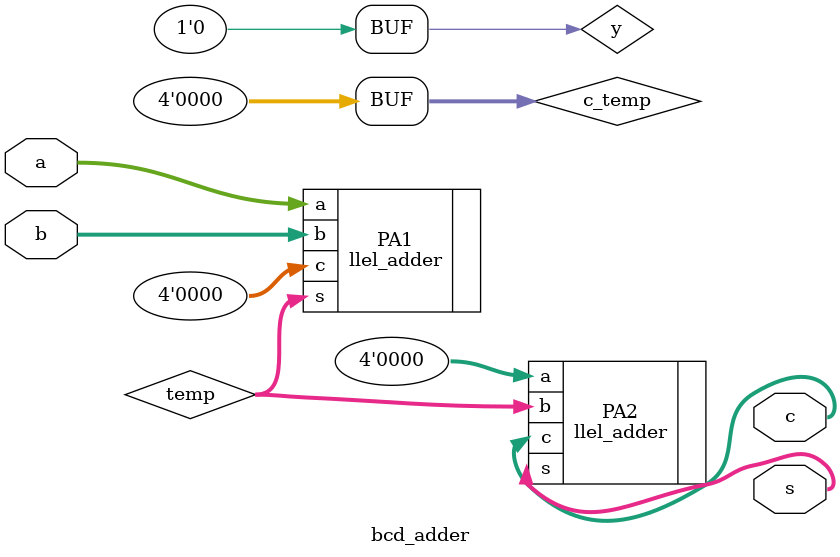
<source format=v>
module bcd_adder (input [3:0] a, input [3:0] b, output [3:0] s, output [3:0]c);


wire [3:0] temp;
wire [3:0] c_temp;
wire y;
wire x;

wire p,q;



llel_adder PA1(.a(a[3:0]),.b(b[3:0]),.s(temp[3:0]),.c(c_temp[3:0]));

and AND1 (p,temp[4],temp[3]);
and AND2 (q,temp[4],temp[2]);

or OR1(x,p,q);
or OR2(y,x,c[3]);

assign c_temp=1'b0;
assign c_temp[1]=y;
assign c_temp[2]=y;
assign c_temp[3]=1'b0;

llel_adder PA2(.a(c_temp[3:0]),.b(temp[3:0]),.s(s[3:0]),.c(c[3:0]));

endmodule

</source>
